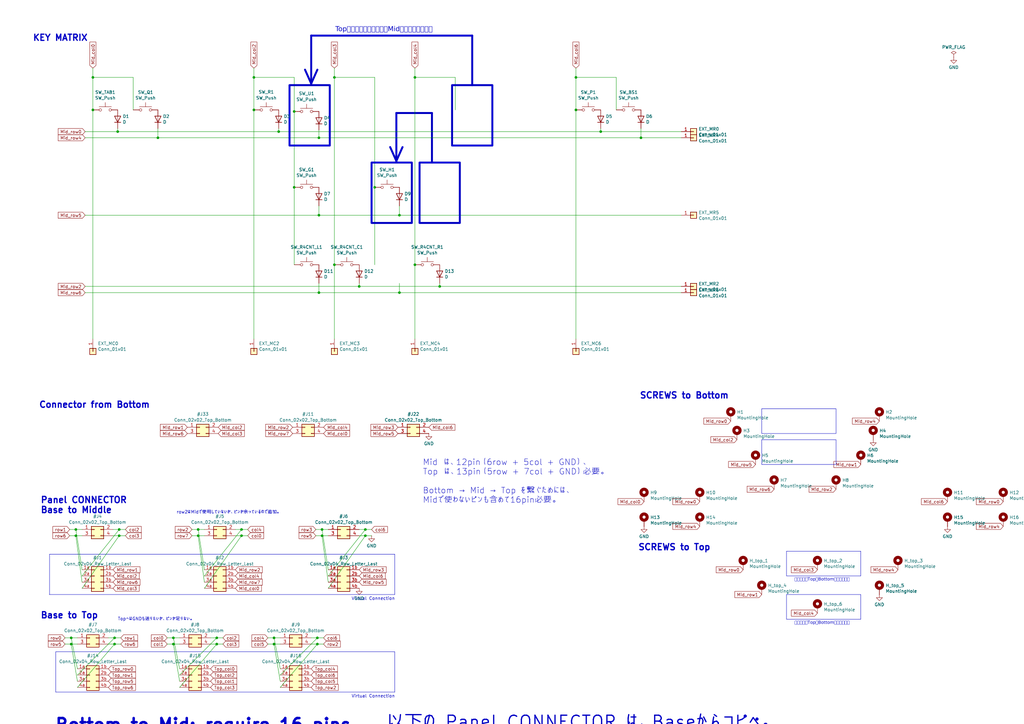
<source format=kicad_sch>
(kicad_sch (version 20231120) (generator "eeschema") (generator_version "8.0")
  (paper "A3")
  (title_block (title "Sandy") (date "2023-01-04") (rev "v.0") (company "@jpskenn"))
  (bus_alias "def-a" (members "row0" "row5" "col0" "col1"))
  (junction (at 104.14 31.75))
  (junction (at 236.22 45.085))
  (junction (at 163.83 88.265))
  (junction (at 180.34 117.475))
  (junction (at 147.32 117.475))
  (junction (at 130.175 264.16))
  (junction (at 153.67 76.835))
  (junction (at 132.08 219.71))
  (junction (at 31.115 217.17))
  (junction (at 48.895 217.17))
  (junction (at 137.16 31.75))
  (junction (at 112.395 264.16))
  (junction (at 48.26 53.975))
  (junction (at 130.81 120.015))
  (junction (at 48.895 219.71))
  (junction (at 120.65 45.72))
  (junction (at 149.86 219.71))
  (junction (at 46.99 264.16))
  (junction (at 99.06 217.17))
  (junction (at 170.18 31.75))
  (junction (at 29.21 261.62))
  (junction (at 64.77 56.515))
  (junction (at 71.12 261.62))
  (junction (at 262.89 56.515))
  (junction (at 31.115 219.71))
  (junction (at 236.22 31.75))
  (junction (at 81.28 219.71))
  (junction (at 163.83 120.015))
  (junction (at 130.81 88.265))
  (junction (at 38.1 31.75))
  (junction (at 132.08 217.17))
  (junction (at 246.38 53.975))
  (junction (at 104.14 45.085))
  (junction (at 29.21 264.16))
  (junction (at 88.9 261.62))
  (junction (at 38.1 45.085))
  (junction (at 149.86 217.17))
  (junction (at 130.81 56.515))
  (junction (at 71.12 264.16))
  (junction (at 120.65 76.835))
  (junction (at 170.18 108.585))
  (junction (at 137.16 108.585))
  (junction (at 46.99 261.62))
  (junction (at 112.395 261.62))
  (junction (at 130.175 261.62))
  (junction (at 99.06 219.71))
  (junction (at 81.28 217.17))
  (junction (at 88.9 264.16))
  (junction (at 114.3 53.975))
  (wire (pts (xy 127.635 261.62) (xy 130.175 261.62)))
  (wire (pts (xy 246.38 52.705) (xy 246.38 53.975)))
  (wire (pts (xy 68.58 264.16) (xy 71.12 264.16)))
  (wire (pts (xy 130.175 264.16) (xy 127.635 264.16)))
  (wire (pts (xy 132.08 219.71) (xy 134.62 219.71)))
  (polyline (pts (xy 193.675 34.925) (xy 193.675 14.605)) (stroke (width 0.8)))
  (wire (pts (xy 236.22 27.94) (xy 236.22 31.75)))
  (wire (pts (xy 180.34 117.475) (xy 279.4 117.475)))
  (wire (pts (xy 246.38 53.975) (xy 279.4 53.975)))
  (wire (pts (xy 170.18 31.75) (xy 170.18 108.585)))
  (wire (pts (xy 112.395 264.16) (xy 114.935 264.16)))
  (polyline (pts (xy 20.2107 243.84) (xy 161.925 243.84)))
  (polyline (pts (xy 22.86 267.335) (xy 161.925 267.335)))
  (polyline (pts (xy 22.86 267.335) (xy 22.86 283.845)))
  (wire (pts (xy 48.895 217.17) (xy 51.435 217.17)))
  (wire (pts (xy 262.89 52.705) (xy 262.89 56.515)))
  (wire (pts (xy 163.83 84.455) (xy 163.83 88.265)))
  (wire (pts (xy 109.855 261.62) (xy 112.395 261.62)))
  (wire (pts (xy 147.32 217.17) (xy 149.86 217.17)))
  (polyline (pts (xy 161.925 267.335) (xy 161.925 283.845)))
  (polyline (pts (xy 20.32 227.33) (xy 20.32 243.84)))
  (wire (pts (xy 170.18 108.585) (xy 170.18 139.065)))
  (wire (pts (xy 34.925 88.265) (xy 130.81 88.265)))
  (wire (pts (xy 28.575 219.71) (xy 31.115 219.71)))
  (wire (pts (xy 153.67 31.75) (xy 137.16 31.75)))
  (wire (pts (xy 134.62 238.76) (xy 132.08 219.71)))
  (wire (pts (xy 73.66 276.86) (xy 88.9 261.62)))
  (wire (pts (xy 73.66 279.4) (xy 71.12 264.16)))
  (wire (pts (xy 29.21 261.62) (xy 31.75 261.62)))
  (polyline (pts (xy 193.675 14.605) (xy 127.635 14.605)) (stroke (width 0.8)))
  (wire (pts (xy 38.1 27.94) (xy 38.1 31.75)))
  (wire (pts (xy 81.28 217.17) (xy 83.82 217.17)))
  (wire (pts (xy 26.67 264.16) (xy 29.21 264.16)))
  (wire (pts (xy 99.06 219.71) (xy 101.6 219.71)))
  (wire (pts (xy 73.66 274.32) (xy 71.12 261.62)))
  (polyline (pts (xy 127.635 34.29) (xy 125.095 28.575)) (stroke (width 0.8)))
  (polyline (pts (xy 162.56 66.04) (xy 165.1 60.325)) (stroke (width 0.8)))
  (wire (pts (xy 96.52 217.17) (xy 99.06 217.17)))
  (polyline (pts (xy 127.635 14.605) (xy 127.635 34.29)) (stroke (width 0.8)))
  (wire (pts (xy 99.06 217.17) (xy 101.6 217.17)))
  (wire (pts (xy 44.45 261.62) (xy 46.99 261.62)))
  (wire (pts (xy 147.32 219.71) (xy 149.86 219.71)))
  (polyline (pts (xy 127.635 34.29) (xy 130.175 28.575)) (stroke (width 0.8)))
  (wire (pts (xy 104.14 31.75) (xy 104.14 45.085)))
  (wire (pts (xy 130.81 120.015) (xy 163.83 120.015)))
  (wire (pts (xy 49.53 264.16) (xy 46.99 264.16)))
  (wire (pts (xy 120.65 31.75) (xy 120.65 45.72)))
  (wire (pts (xy 170.18 27.94) (xy 170.18 31.75)))
  (polyline (pts (xy 162.56 46.355) (xy 162.56 66.04)) (stroke (width 0.8)))
  (wire (pts (xy 137.16 27.94) (xy 137.16 31.75)))
  (wire (pts (xy 28.575 217.17) (xy 31.115 217.17)))
  (wire (pts (xy 73.66 281.94) (xy 88.9 264.16)))
  (wire (pts (xy 38.1 31.75) (xy 38.1 45.085)))
  (wire (pts (xy 88.9 261.62) (xy 91.44 261.62)))
  (wire (pts (xy 46.99 261.62) (xy 49.53 261.62)))
  (wire (pts (xy 114.3 52.705) (xy 114.3 53.975)))
  (wire (pts (xy 34.925 56.515) (xy 64.77 56.515)))
  (wire (pts (xy 129.54 217.17) (xy 132.08 217.17)))
  (wire (pts (xy 153.67 76.835) (xy 153.67 108.585)))
  (wire (pts (xy 81.28 219.71) (xy 83.82 219.71)))
  (wire (pts (xy 38.1 45.085) (xy 38.1 139.065)))
  (wire (pts (xy 252.73 31.75) (xy 236.22 31.75)))
  (wire (pts (xy 31.75 276.86) (xy 46.99 261.62)))
  (wire (pts (xy 48.895 219.71) (xy 51.435 219.71)))
  (wire (pts (xy 130.175 264.16) (xy 132.715 264.16)))
  (wire (pts (xy 163.83 120.015) (xy 279.4 120.015)))
  (wire (pts (xy 130.81 84.455) (xy 130.81 88.265)))
  (wire (pts (xy 34.925 120.015) (xy 130.81 120.015)))
  (wire (pts (xy 163.83 88.265) (xy 279.4 88.265)))
  (wire (pts (xy 46.355 217.17) (xy 48.895 217.17)))
  (wire (pts (xy 129.54 219.71) (xy 132.08 219.71)))
  (wire (pts (xy 149.86 219.71) (xy 152.4 219.71)))
  (wire (pts (xy 31.115 217.17) (xy 33.655 217.17)))
  (wire (pts (xy 134.62 241.3) (xy 149.86 219.71)))
  (wire (pts (xy 86.36 261.62) (xy 88.9 261.62)))
  (polyline (pts (xy 22.86 283.845) (xy 161.925 283.845)))
  (wire (pts (xy 163.83 116.205) (xy 163.83 120.015)))
  (polyline (pts (xy 20.32 227.33) (xy 161.925 227.33)))
  (wire (pts (xy 64.77 52.705) (xy 64.77 56.515)))
  (wire (pts (xy 114.935 279.4) (xy 112.395 264.16)))
  (wire (pts (xy 33.655 238.76) (xy 31.115 219.71)))
  (wire (pts (xy 114.935 276.86) (xy 130.175 261.62)))
  (wire (pts (xy 71.12 261.62) (xy 73.66 261.62)))
  (polyline (pts (xy 162.56 66.04) (xy 160.02 60.325)) (stroke (width 0.8)))
  (wire (pts (xy 186.69 31.75) (xy 186.69 45.085)))
  (wire (pts (xy 71.12 264.16) (xy 73.66 264.16)))
  (wire (pts (xy 96.52 219.71) (xy 99.06 219.71)))
  (wire (pts (xy 180.34 116.205) (xy 180.34 117.475)))
  (wire (pts (xy 48.26 52.705) (xy 48.26 53.975)))
  (wire (pts (xy 130.175 261.62) (xy 132.715 261.62)))
  (wire (pts (xy 38.1 31.75) (xy 54.61 31.75)))
  (wire (pts (xy 83.82 238.76) (xy 81.28 219.71)))
  (wire (pts (xy 104.14 27.94) (xy 104.14 31.75)))
  (wire (pts (xy 114.935 281.94) (xy 130.175 264.16)))
  (wire (pts (xy 120.65 45.72) (xy 120.65 76.835)))
  (wire (pts (xy 114.935 274.32) (xy 112.395 261.62)))
  (wire (pts (xy 236.22 45.085) (xy 236.22 139.065)))
  (wire (pts (xy 29.21 264.16) (xy 31.75 264.16)))
  (wire (pts (xy 130.81 56.515) (xy 262.89 56.515)))
  (wire (pts (xy 26.67 261.62) (xy 29.21 261.62)))
  (wire (pts (xy 33.655 236.22) (xy 48.895 217.17)))
  (wire (pts (xy 186.69 31.75) (xy 170.18 31.75)))
  (wire (pts (xy 31.115 219.71) (xy 33.655 219.71)))
  (polyline (pts (xy 177.165 66.675) (xy 177.165 46.355)) (stroke (width 0.8)))
  (wire (pts (xy 46.355 219.71) (xy 48.895 219.71)))
  (wire (pts (xy 149.86 217.17) (xy 152.4 217.17)))
  (wire (pts (xy 31.75 274.32) (xy 29.21 261.62)))
  (polyline (pts (xy 177.165 46.355) (xy 162.56 46.355)) (stroke (width 0.8)))
  (wire (pts (xy 31.75 279.4) (xy 29.21 264.16)))
  (wire (pts (xy 64.77 56.515) (xy 130.81 56.515)))
  (wire (pts (xy 104.14 45.085) (xy 104.14 139.065)))
  (wire (pts (xy 236.22 31.75) (xy 236.22 45.085)))
  (polyline (pts (xy 161.925 227.33) (xy 161.925 243.84)))
  (wire (pts (xy 137.16 108.585) (xy 137.16 139.065)))
  (wire (pts (xy 130.81 116.205) (xy 130.81 120.015)))
  (wire (pts (xy 132.08 217.17) (xy 134.62 217.17)))
  (wire (pts (xy 78.74 219.71) (xy 81.28 219.71)))
  (wire (pts (xy 147.32 116.205) (xy 147.32 117.475)))
  (wire (pts (xy 31.75 281.94) (xy 46.99 264.16)))
  (wire (pts (xy 252.73 31.75) (xy 252.73 45.085)))
  (wire (pts (xy 68.58 261.62) (xy 71.12 261.62)))
  (wire (pts (xy 33.655 233.68) (xy 31.115 217.17)))
  (wire (pts (xy 83.82 236.22) (xy 99.06 217.17)))
  (wire (pts (xy 91.44 264.16) (xy 88.9 264.16)))
  (wire (pts (xy 46.99 264.16) (xy 44.45 264.16)))
  (wire (pts (xy 153.67 31.75) (xy 153.67 76.835)))
  (wire (pts (xy 48.26 53.975) (xy 114.3 53.975)))
  (wire (pts (xy 147.32 117.475) (xy 180.34 117.475)))
  (wire (pts (xy 83.82 233.68) (xy 81.28 217.17)))
  (wire (pts (xy 114.3 53.975) (xy 246.38 53.975)))
  (wire (pts (xy 34.925 53.975) (xy 48.26 53.975)))
  (wire (pts (xy 112.395 261.62) (xy 114.935 261.62)))
  (wire (pts (xy 109.855 264.16) (xy 112.395 264.16)))
  (wire (pts (xy 279.4 56.515) (xy 262.89 56.515)))
  (wire (pts (xy 130.81 53.34) (xy 130.81 56.515)))
  (wire (pts (xy 120.65 76.835) (xy 120.65 108.585)))
  (wire (pts (xy 120.65 31.75) (xy 104.14 31.75)))
  (wire (pts (xy 33.655 241.3) (xy 48.895 219.71)))
  (wire (pts (xy 88.9 264.16) (xy 86.36 264.16)))
  (wire (pts (xy 78.74 217.17) (xy 81.28 217.17)))
  (wire (pts (xy 54.61 31.75) (xy 54.61 45.085)))
  (wire (pts (xy 134.62 233.68) (xy 132.08 217.17)))
  (wire (pts (xy 137.16 31.75) (xy 137.16 108.585)))
  (wire (pts (xy 130.81 88.265) (xy 163.83 88.265)))
  (wire (pts (xy 83.82 241.3) (xy 99.06 219.71)))
  (wire (pts (xy 34.925 117.475) (xy 147.32 117.475)))
  (wire (pts (xy 134.62 236.22) (xy 149.86 217.17)))
  (rectangle (start 322.58 243.84) (end 353.06 254))
  (rectangle (start 172.085 66.675) (end 188.595 91.44) (stroke (width 0.8)))
  (rectangle (start 312.42 180.34) (end 342.9 190.5))
  (rectangle (start 312.42 167.64) (end 342.9 177.8))
  (rectangle (start 322.58 226.06) (end 353.06 236.22))
  (rectangle (start 185.42 34.925) (end 201.93 59.69) (stroke (width 0.8)))
  (rectangle (start 118.745 34.925) (end 135.255 59.69) (stroke (width 0.8)))
  (rectangle (start 152.4 66.675) (end 168.91 91.44) (stroke (width 0.8)))
  (text "コピペ手順\n\n1. Baseの回路図から \"Panel CONNECTOR\" の箇所をまるごとコピペ\n2. Baseのコネクタ（J6,7,8,9.10,15）の頭に \"#\" をつけて仮想シンボル化\n　　例： J6 → #J6" (at 158.115 352.425 0) (effects (font (size 2.54 2.54)) (justify left bottom)))
  (text "row2はMidで使用していないが、ピンが余っているので追加。" (at 72.39 210.185 0) (effects (font (size 1.27 1.27)) (justify left)))
  (text "以下の Panel CONNECTOR は、Baseからコピペ。\nERCの警告「別パネルのラベルがどこにも接続されていない」は、無視してOK。\n\n！！！他の警告（ラベルかぶりとか）は、しっかりチェックせよ！！！" (at 158.115 323.85 0) (effects (font (size 5.08 5.08) (thickness 0.508) (bold yes)) (justify left bottom)))
  (text "Connector from Bottom" (at 15.875 167.64 0) (effects (font (size 2.54 2.54) (thickness 0.508) (bold yes)) (justify left bottom)))
  (text "SCREWS to Bottom" (at 262.255 163.83 0) (effects (font (size 2.54 2.54) (thickness 0.508) (bold yes)) (justify left bottom)))
  (text "SCREWS to Top" (at 261.62 226.06 0) (effects (font (size 2.54 2.54) (thickness 0.508) (bold yes)) (justify left bottom)))
  (text "Mid　は、12pin（6row + 5col + GND）、\nTop　は、13pin（5row + 7col + GND）必要。\n\nBottom → Mid → Top を繋ぐためには、\nMidで使わないピンも含めて16pin必要。" (at 173.355 197.485 0) (effects (font (size 2.4 2.4)) (justify left)))
  (text "Virtual Connection" (at 144.145 246.38 0) (effects (font (size 1.27 1.27)) (justify left bottom)))
  (text "Topのピン数を減らすためMidのスイッチを移動\n" (at 157.48 12.7 0) (effects (font (size 2 2))))
  (text "Base to Top" (at 16.51 254 0) (effects (font (size 2.54 2.54) (thickness 0.508) (bold yes)) (justify left bottom)))
  (text "このネジはTopとBottomの両方へ接続" (at 337.185 255.905 0) (effects (font (size 1.27 1.27))))
  (text "TopへはGNDも送りたいが、ピンが足りない。" (at 48.26 254 0) (effects (font (size 1.27 1.27)) (justify left)))
  (text "KEY MATRIX" (at 13.335 17.145 0) (effects (font (size 2.54 2.54) (thickness 0.508) (bold yes)) (justify left bottom)))
  (text "Bottom to Mid: require 16 pins\n\nMid to Top: require 13 pins" (at 22.225 316.865 0) (effects (font (size 5.08 5.08) (thickness 1.016) (bold yes)) (justify left bottom)))
  (text "このネジはTopとBottomの両方へ接続" (at 337.185 238.125 0) (effects (font (size 1.27 1.27))))
  (text "Panel CONNECTOR\nBase to Middle" (at 16.51 210.82 0) (effects (font (size 2.54 2.54) (thickness 0.508) (bold yes)) (justify left bottom)))
  (text "Virtual Connection" (at 144.145 286.385 0) (effects (font (size 1.27 1.27)) (justify left bottom)))
  (global_label "Mid_col0" (shape input) (at 264.16 205.74 180) (property "Intersheetrefs" "${INTERSHEET_REFS}" (effects (hide yes))) (property "シート間のリファレンス" "${INTERSHEET_REFS}" (effects (hide yes))))
  (global_label "Top_col2" (shape input) (at 86.36 276.86 0) (property "Intersheetrefs" "${INTERSHEET_REFS}" (effects (hide yes))) (property "シート間のリファレンス" "${INTERSHEET_REFS}" (effects (hide yes))))
  (global_label "row1" (shape input) (at 28.575 217.17 180) (property "Intersheetrefs" "${INTERSHEET_REFS}" (effects (hide yes))) (property "シート間のリファレンス" "${INTERSHEET_REFS}" (effects (hide yes))))
  (global_label "Mid_row3" (shape input) (at 147.32 233.68 0) (property "Intersheetrefs" "${INTERSHEET_REFS}" (effects (hide yes))) (property "シート間のリファレンス" "${INTERSHEET_REFS}" (effects (hide yes))))
  (global_label "col0" (shape input) (at 101.6 219.71 0) (property "Intersheetrefs" "${INTERSHEET_REFS}" (effects (hide yes))) (property "シート間のリファレンス" "${INTERSHEET_REFS}" (effects (hide yes))))
  (global_label "Top_col1" (shape input) (at 86.36 279.4 0) (property "Intersheetrefs" "${INTERSHEET_REFS}" (effects (hide yes))) (property "シート間のリファレンス" "${INTERSHEET_REFS}" (effects (hide yes))))
  (global_label "col3" (shape input) (at 91.44 264.16 0) (property "Intersheetrefs" "${INTERSHEET_REFS}" (effects (hide yes))) (property "シート間のリファレンス" "${INTERSHEET_REFS}" (effects (hide yes))))
  (global_label "Mid_col0" (shape input) (at 96.52 241.3 0) (property "Intersheetrefs" "${INTERSHEET_REFS}" (effects (hide yes))) (property "シート間のリファレンス" "${INTERSHEET_REFS}" (effects (hide yes))))
  (global_label "row0" (shape input) (at 26.67 261.62 180) (property "Intersheetrefs" "${INTERSHEET_REFS}" (effects (hide yes))) (property "シート間のリファレンス" "${INTERSHEET_REFS}" (effects (hide yes))))
  (global_label "Mid_row4" (shape input) (at 287.02 215.9 180) (property "Intersheetrefs" "${INTERSHEET_REFS}" (effects (hide yes))) (property "シート間のリファレンス" "${INTERSHEET_REFS}" (effects (hide yes))))
  (global_label "row6" (shape input) (at 28.575 219.71 180) (property "Intersheetrefs" "${INTERSHEET_REFS}" (effects (hide yes))) (property "シート間のリファレンス" "${INTERSHEET_REFS}" (effects (hide yes))))
  (global_label "Mid_col0" (shape input) (at 38.1 27.94 90) (property "Intersheetrefs" "${INTERSHEET_REFS}" (effects (hide yes))) (property "シート間のリファレンス" "${INTERSHEET_REFS}" (effects (hide yes))))
  (global_label "col2" (shape input) (at 91.44 261.62 0) (property "Intersheetrefs" "${INTERSHEET_REFS}" (effects (hide yes))) (property "シート間のリファレンス" "${INTERSHEET_REFS}" (effects (hide yes))))
  (global_label "Mid_row2" (shape input) (at 120.015 175.26 180) (property "Intersheetrefs" "${INTERSHEET_REFS}" (effects (hide yes))) (property "シート間のリファレンス" "${INTERSHEET_REFS}" (effects (hide yes))))
  (global_label "Mid_row5" (shape input) (at 34.925 88.265 180) (property "Intersheetrefs" "${INTERSHEET_REFS}" (effects (hide yes))) (property "シート間のリファレンス" "${INTERSHEET_REFS}" (effects (hide yes))))
  (global_label "Mid_col6" (shape input) (at 388.62 205.74 180) (property "Intersheetrefs" "${INTERSHEET_REFS}" (effects (hide yes))) (property "シート間のリファレンス" "${INTERSHEET_REFS}" (effects (hide yes))))
  (global_label "Mid_row1" (shape input) (at 353.06 190.5 180) (property "Intersheetrefs" "${INTERSHEET_REFS}" (effects (hide yes))) (property "シート間のリファレンス" "${INTERSHEET_REFS}" (effects (hide yes))))
  (global_label "row3" (shape input) (at 129.54 217.17 180) (property "Intersheetrefs" "${INTERSHEET_REFS}" (effects (hide yes))) (property "シート間のリファレンス" "${INTERSHEET_REFS}" (effects (hide yes))))
  (global_label "col6" (shape input) (at 152.4 217.17 0) (property "Intersheetrefs" "${INTERSHEET_REFS}" (effects (hide yes))) (property "シート間のリファレンス" "${INTERSHEET_REFS}" (effects (hide yes))))
  (global_label "Top_col3" (shape input) (at 86.36 281.94 0) (property "Intersheetrefs" "${INTERSHEET_REFS}" (effects (hide yes))) (property "シート間のリファレンス" "${INTERSHEET_REFS}" (effects (hide yes))))
  (global_label "Mid_col3" (shape input) (at 137.16 27.94 90) (property "Intersheetrefs" "${INTERSHEET_REFS}" (effects (hide yes))) (property "シート間のリファレンス" "${INTERSHEET_REFS}" (effects (hide yes))))
  (global_label "Top_row6" (shape input) (at 44.45 281.94 0) (property "Intersheetrefs" "${INTERSHEET_REFS}" (effects (hide yes))) (property "シート間のリファレンス" "${INTERSHEET_REFS}" (effects (hide yes))))
  (global_label "Mid_row7" (shape input) (at 96.52 238.76 0) (property "Intersheetrefs" "${INTERSHEET_REFS}" (effects (hide yes))) (property "シート間のリファレンス" "${INTERSHEET_REFS}" (effects (hide yes))))
  (global_label "row7" (shape input) (at 78.74 219.71 180) (property "Intersheetrefs" "${INTERSHEET_REFS}" (effects (hide yes))) (property "シート間のリファレンス" "${INTERSHEET_REFS}" (effects (hide yes))))
  (global_label "Mid_col4" (shape input) (at 170.18 27.94 90) (property "Intersheetrefs" "${INTERSHEET_REFS}" (effects (hide yes))) (property "シート間のリファレンス" "${INTERSHEET_REFS}" (effects (hide yes))))
  (global_label "row5" (shape input) (at 26.67 264.16 180) (property "Intersheetrefs" "${INTERSHEET_REFS}" (effects (hide yes))) (property "シート間のリファレンス" "${INTERSHEET_REFS}" (effects (hide yes))))
  (global_label "row2" (shape input) (at 132.715 264.16 0) (property "Intersheetrefs" "${INTERSHEET_REFS}" (effects (hide yes))) (property "シート間のリファレンス" "${INTERSHEET_REFS}" (effects (hide yes))))
  (global_label "Top_col4" (shape input) (at 127.635 274.32 0) (property "Intersheetrefs" "${INTERSHEET_REFS}" (effects (hide yes))) (property "シート間のリファレンス" "${INTERSHEET_REFS}" (effects (hide yes))))
  (global_label "Mid_col2" (shape input) (at 89.535 175.26 0) (property "Intersheetrefs" "${INTERSHEET_REFS}" (effects (hide yes))) (property "シート間のリファレンス" "${INTERSHEET_REFS}" (effects (hide yes))))
  (global_label "Mid_col3" (shape input) (at 335.28 233.68 180) (property "Intersheetrefs" "${INTERSHEET_REFS}" (effects (hide yes))) (property "シート間のリファレンス" "${INTERSHEET_REFS}" (effects (hide yes))))
  (global_label "row1" (shape input) (at 49.53 261.62 0) (property "Intersheetrefs" "${INTERSHEET_REFS}" (effects (hide yes))) (property "シート間のリファレンス" "${INTERSHEET_REFS}" (effects (hide yes))))
  (global_label "Mid_col3" (shape input) (at 89.535 177.8 0) (property "Intersheetrefs" "${INTERSHEET_REFS}" (effects (hide yes))) (property "シート間のリファレンス" "${INTERSHEET_REFS}" (effects (hide yes))))
  (global_label "Mid_row2" (shape input) (at 342.9 200.66 180) (property "Intersheetrefs" "${INTERSHEET_REFS}" (effects (hide yes))) (property "シート間のリファレンス" "${INTERSHEET_REFS}" (effects (hide yes))))
  (global_label "Mid_row0" (shape input) (at 304.8 233.68 180) (property "Intersheetrefs" "${INTERSHEET_REFS}" (effects (hide yes))) (property "シート間のリファレンス" "${INTERSHEET_REFS}" (effects (hide yes))))
  (global_label "Mid_row2" (shape input) (at 34.925 117.475 180) (property "Intersheetrefs" "${INTERSHEET_REFS}" (effects (hide yes))) (property "シート間のリファレンス" "${INTERSHEET_REFS}" (effects (hide yes))))
  (global_label "Mid_row5" (shape input) (at 309.88 190.5 180) (property "Intersheetrefs" "${INTERSHEET_REFS}" (effects (hide yes))) (property "シート間のリファレンス" "${INTERSHEET_REFS}" (effects (hide yes))))
  (global_label "Mid_row0" (shape input) (at 287.02 205.74 180) (property "Intersheetrefs" "${INTERSHEET_REFS}" (effects (hide yes))) (property "シート間のリファレンス" "${INTERSHEET_REFS}" (effects (hide yes))))
  (global_label "Mid_col6" (shape input) (at 236.22 27.94 90) (property "Intersheetrefs" "${INTERSHEET_REFS}" (effects (hide yes))) (property "シート間のリファレンス" "${INTERSHEET_REFS}" (effects (hide yes))))
  (global_label "Top_col5" (shape input) (at 127.635 279.4 0) (property "Intersheetrefs" "${INTERSHEET_REFS}" (effects (hide yes))) (property "シート間のリファレンス" "${INTERSHEET_REFS}" (effects (hide yes))))
  (global_label "Mid_col6" (shape input) (at 147.32 236.22 0) (property "Intersheetrefs" "${INTERSHEET_REFS}" (effects (hide yes))) (property "シート間のリファレンス" "${INTERSHEET_REFS}" (effects (hide yes))))
  (global_label "Mid_row0" (shape input) (at 34.925 53.975 180) (property "Intersheetrefs" "${INTERSHEET_REFS}" (effects (hide yes))) (property "シート間のリファレンス" "${INTERSHEET_REFS}" (effects (hide yes))))
  (global_label "col4" (shape input) (at 109.855 261.62 180) (property "Intersheetrefs" "${INTERSHEET_REFS}" (effects (hide yes))) (property "シート間のリファレンス" "${INTERSHEET_REFS}" (effects (hide yes))))
  (global_label "row2" (shape input) (at 78.74 217.17 180) (property "Intersheetrefs" "${INTERSHEET_REFS}" (effects (hide yes))) (property "シート間のリファレンス" "${INTERSHEET_REFS}" (effects (hide yes))))
  (global_label "col1" (shape input) (at 68.58 264.16 180) (property "Intersheetrefs" "${INTERSHEET_REFS}" (effects (hide yes))) (property "シート間のリファレンス" "${INTERSHEET_REFS}" (effects (hide yes))))
  (global_label "Mid_col2" (shape input) (at 46.355 236.22 0) (property "Intersheetrefs" "${INTERSHEET_REFS}" (effects (hide yes))) (property "シート間のリファレンス" "${INTERSHEET_REFS}" (effects (hide yes))))
  (global_label "col6" (shape input) (at 132.715 261.62 0) (property "Intersheetrefs" "${INTERSHEET_REFS}" (effects (hide yes))) (property "シート間のリファレンス" "${INTERSHEET_REFS}" (effects (hide yes))))
  (global_label "col3" (shape input) (at 51.435 219.71 0) (property "Intersheetrefs" "${INTERSHEET_REFS}" (effects (hide yes))) (property "シート間のリファレンス" "${INTERSHEET_REFS}" (effects (hide yes))))
  (global_label "Mid_col0" (shape input) (at 132.715 177.8 0) (property "Intersheetrefs" "${INTERSHEET_REFS}" (effects (hide yes))) (property "シート間のリファレンス" "${INTERSHEET_REFS}" (effects (hide yes))))
  (global_label "Mid_row0" (shape input) (at 299.72 172.72 180) (property "Intersheetrefs" "${INTERSHEET_REFS}" (effects (hide yes))) (property "シート間のリファレンス" "${INTERSHEET_REFS}" (effects (hide yes))))
  (global_label "Top_col0" (shape input) (at 86.36 274.32 0) (property "Intersheetrefs" "${INTERSHEET_REFS}" (effects (hide yes))) (property "シート間のリファレンス" "${INTERSHEET_REFS}" (effects (hide yes))))
  (global_label "Mid_row1" (shape input) (at 312.42 243.84 180) (property "Intersheetrefs" "${INTERSHEET_REFS}" (effects (hide yes))) (property "シート間のリファレンス" "${INTERSHEET_REFS}" (effects (hide yes))))
  (global_label "Mid_col4" (shape input) (at 96.52 236.22 0) (property "Intersheetrefs" "${INTERSHEET_REFS}" (effects (hide yes))) (property "シート間のリファレンス" "${INTERSHEET_REFS}" (effects (hide yes))))
  (global_label "Mid_row4" (shape input) (at 411.48 215.9 180) (property "Intersheetrefs" "${INTERSHEET_REFS}" (effects (hide yes))) (property "シート間のリファレンス" "${INTERSHEET_REFS}" (effects (hide yes))))
  (global_label "Top_row0" (shape input) (at 44.45 274.32 0) (property "Intersheetrefs" "${INTERSHEET_REFS}" (effects (hide yes))) (property "シート間のリファレンス" "${INTERSHEET_REFS}" (effects (hide yes))))
  (global_label "Top_col6" (shape input) (at 127.635 276.86 0) (property "Intersheetrefs" "${INTERSHEET_REFS}" (effects (hide yes))) (property "シート間のリファレンス" "${INTERSHEET_REFS}" (effects (hide yes))))
  (global_label "Top_row1" (shape input) (at 44.45 276.86 0) (property "Intersheetrefs" "${INTERSHEET_REFS}" (effects (hide yes))) (property "シート間のリファレンス" "${INTERSHEET_REFS}" (effects (hide yes))))
  (global_label "Top_row2" (shape input) (at 127.635 281.94 0) (property "Intersheetrefs" "${INTERSHEET_REFS}" (effects (hide yes))) (property "シート間のリファレンス" "${INTERSHEET_REFS}" (effects (hide yes))))
  (global_label "Mid_row3" (shape input) (at 163.195 175.26 180) (property "Intersheetrefs" "${INTERSHEET_REFS}" (effects (hide yes))) (property "シート間のリファレンス" "${INTERSHEET_REFS}" (effects (hide yes))))
  (global_label "Mid_row4" (shape input) (at 34.925 56.515 180) (property "Intersheetrefs" "${INTERSHEET_REFS}" (effects (hide yes))) (property "シート間のリファレンス" "${INTERSHEET_REFS}" (effects (hide yes))))
  (global_label "Mid_col2" (shape input) (at 302.26 180.34 180) (property "Intersheetrefs" "${INTERSHEET_REFS}" (effects (hide yes))) (property "シート間のリファレンス" "${INTERSHEET_REFS}" (effects (hide yes))))
  (global_label "row5" (shape input) (at 129.54 219.71 180) (property "Intersheetrefs" "${INTERSHEET_REFS}" (effects (hide yes))) (property "シート間のリファレンス" "${INTERSHEET_REFS}" (effects (hide yes))))
  (global_label "col2" (shape input) (at 51.435 217.17 0) (property "Intersheetrefs" "${INTERSHEET_REFS}" (effects (hide yes))) (property "シート間のリファレンス" "${INTERSHEET_REFS}" (effects (hide yes))))
  (global_label "Mid_row7" (shape input) (at 120.015 177.8 180) (property "Intersheetrefs" "${INTERSHEET_REFS}" (effects (hide yes))) (property "シート間のリファレンス" "${INTERSHEET_REFS}" (effects (hide yes))))
  (global_label "Mid_col3" (shape input) (at 46.355 241.3 0) (property "Intersheetrefs" "${INTERSHEET_REFS}" (effects (hide yes))) (property "シート間のリファレンス" "${INTERSHEET_REFS}" (effects (hide yes))))
  (global_label "Mid_col4" (shape input) (at 335.28 251.46 180) (property "Intersheetrefs" "${INTERSHEET_REFS}" (effects (hide yes))) (property "シート間のリファレンス" "${INTERSHEET_REFS}" (effects (hide yes))))
  (global_label "Mid_row0" (shape input) (at 411.48 205.74 180) (property "Intersheetrefs" "${INTERSHEET_REFS}" (effects (hide yes))) (property "シート間のリファレンス" "${INTERSHEET_REFS}" (effects (hide yes))))
  (global_label "Mid_row5" (shape input) (at 147.32 238.76 0) (property "Intersheetrefs" "${INTERSHEET_REFS}" (effects (hide yes))) (property "シート間のリファレンス" "${INTERSHEET_REFS}" (effects (hide yes))))
  (global_label "col0" (shape input) (at 68.58 261.62 180) (property "Intersheetrefs" "${INTERSHEET_REFS}" (effects (hide yes))) (property "シート間のリファレンス" "${INTERSHEET_REFS}" (effects (hide yes))))
  (global_label "Mid_row1" (shape input) (at 76.835 175.26 180) (property "Intersheetrefs" "${INTERSHEET_REFS}" (effects (hide yes))) (property "シート間のリファレンス" "${INTERSHEET_REFS}" (effects (hide yes))))
  (global_label "Top_row5" (shape input) (at 44.45 279.4 0) (property "Intersheetrefs" "${INTERSHEET_REFS}" (effects (hide yes))) (property "シート間のリファレンス" "${INTERSHEET_REFS}" (effects (hide yes))))
  (global_label "Mid_col6" (shape input) (at 175.895 175.26 0) (property "Intersheetrefs" "${INTERSHEET_REFS}" (effects (hide yes))) (property "シート間のリファレンス" "${INTERSHEET_REFS}" (effects (hide yes))))
  (global_label "Mid_row6" (shape input) (at 76.835 177.8 180) (property "Intersheetrefs" "${INTERSHEET_REFS}" (effects (hide yes))) (property "シート間のリファレンス" "${INTERSHEET_REFS}" (effects (hide yes))))
  (global_label "Mid_row2" (shape input) (at 96.52 233.68 0) (property "Intersheetrefs" "${INTERSHEET_REFS}" (effects (hide yes))) (property "シート間のリファレンス" "${INTERSHEET_REFS}" (effects (hide yes))))
  (global_label "col4" (shape input) (at 101.6 217.17 0) (property "Intersheetrefs" "${INTERSHEET_REFS}" (effects (hide yes))) (property "シート間のリファレンス" "${INTERSHEET_REFS}" (effects (hide yes))))
  (global_label "Mid_row6" (shape input) (at 317.5 200.66 180) (property "Intersheetrefs" "${INTERSHEET_REFS}" (effects (hide yes))) (property "シート間のリファレンス" "${INTERSHEET_REFS}" (effects (hide yes))))
  (global_label "Mid_row4" (shape input) (at 360.68 172.72 180) (property "Intersheetrefs" "${INTERSHEET_REFS}" (effects (hide yes))) (property "シート間のリファレンス" "${INTERSHEET_REFS}" (effects (hide yes))))
  (global_label "col5" (shape input) (at 109.855 264.16 180) (property "Intersheetrefs" "${INTERSHEET_REFS}" (effects (hide yes))) (property "シート間のリファレンス" "${INTERSHEET_REFS}" (effects (hide yes))))
  (global_label "Mid_col2" (shape input) (at 104.14 27.94 90) (property "Intersheetrefs" "${INTERSHEET_REFS}" (effects (hide yes))) (property "シート間のリファレンス" "${INTERSHEET_REFS}" (effects (hide yes))))
  (global_label "Mid_row1" (shape input) (at 46.355 233.68 0) (property "Intersheetrefs" "${INTERSHEET_REFS}" (effects (hide yes))) (property "シート間のリファレンス" "${INTERSHEET_REFS}" (effects (hide yes))))
  (global_label "Mid_row6" (shape input) (at 46.355 238.76 0) (property "Intersheetrefs" "${INTERSHEET_REFS}" (effects (hide yes))) (property "シート間のリファレンス" "${INTERSHEET_REFS}" (effects (hide yes))))
  (global_label "row6" (shape input) (at 49.53 264.16 0) (property "Intersheetrefs" "${INTERSHEET_REFS}" (effects (hide yes))) (property "シート間のリファレンス" "${INTERSHEET_REFS}" (effects (hide yes))))
  (global_label "Mid_row4" (shape input) (at 368.3 233.68 180) (property "Intersheetrefs" "${INTERSHEET_REFS}" (effects (hide yes))) (property "シート間のリファレンス" "${INTERSHEET_REFS}" (effects (hide yes))))
  (global_label "Mid_row6" (shape input) (at 34.925 120.015 180) (property "Intersheetrefs" "${INTERSHEET_REFS}" (effects (hide yes))) (property "シート間のリファレンス" "${INTERSHEET_REFS}" (effects (hide yes))))
  (global_label "Mid_row5" (shape input) (at 163.195 177.8 180) (property "Intersheetrefs" "${INTERSHEET_REFS}" (effects (hide yes))) (property "シート間のリファレンス" "${INTERSHEET_REFS}" (effects (hide yes))))
  (global_label "Mid_col4" (shape input) (at 132.715 175.26 0) (property "Intersheetrefs" "${INTERSHEET_REFS}" (effects (hide yes))) (property "シート間のリファレンス" "${INTERSHEET_REFS}" (effects (hide yes))))
  (symbol (lib_id "Mechanical:MountingHole_Pad") (at 309.88 187.96 0) (unit 1)
    (property "Reference" "H5" (at 312.42 186.7916 0) (effects (justify left)))
    (property "Value" "MountingHole" (at 312.42 189.103 0) (effects (justify left)))
    (property "Footprint" "locallib:MountingHole_1.8-2.2mm_M2_Pad_minimal" (effects (hide yes)))
  )
  (symbol (lib_id "Mechanical:MountingHole_Pad") (at 388.62 213.36 0) (unit 1)
    (property "Reference" "H15" (at 391.16 212.1916 0) (effects (justify left)))
    (property "Value" "MountingHole" (at 391.16 214.503 0) (effects (justify left)))
    (property "Footprint" "locallib:MountingHole_1.8-2.2mm_M2_Pad_minimal" (effects (hide yes)))
  )
  (symbol (lib_id "Device:D") (at 262.89 48.895 90) (unit 1)
    (property "Reference" "D6" (at 264.922 47.7266 90) (effects (justify right)))
    (property "Value" "D" (at 264.922 50.038 90) (effects (justify right)))
    (property "Footprint" "locallib:D_SOD-123_Emphasized_Direction_Line" (effects (hide yes)))
    (property "LCSC" "C81598" (effects (hide yes)))
    (property "Sim.Device" "D" (effects (hide yes)))
    (property "Sim.Pins" "1=K 2=A" (effects (hide yes)))
  )
  (symbol (lib_id "Connector_Generic:Conn_01x01") (at 137.16 144.145 270) (unit 1)
    (property "Reference" "EXT_MC3" (at 139.192 140.8938 90) (effects (justify left)))
    (property "Value" "Conn_01x01" (at 139.192 143.2052 90) (effects (justify left)))
    (property "Footprint" "locallib:TestPoint_THTPad_D2.0mm_Drill1.0mm" (effects (hide yes)))
  )
  (symbol (lib_id "Mechanical:MountingHole_Pad") (at 287.02 203.2 0) (unit 1)
    (property "Reference" "H10" (at 289.56 202.0316 0) (effects (justify left)))
    (property "Value" "MountingHole" (at 289.56 204.343 0) (effects (justify left)))
    (property "Footprint" "locallib:MountingHole_1.8-2.2mm_M2_Pad_minimal" (effects (hide yes)))
  )
  (symbol (lib_id "Connector_Generic:Conn_02x04_Row_Letter_Last") (at 88.9 236.22 0) (unit 1)
    (property "Reference" "#J2" (at 90.17 228.7102 0))
    (property "Value" "Conn_02x04_Row_Letter_Last" (at 90.17 231.2471 0))
  )
  (symbol (lib_id "Device:D") (at 114.3 48.895 90) (unit 1)
    (property "Reference" "D3" (at 116.332 47.7266 90) (effects (justify right)))
    (property "Value" "D" (at 116.332 50.038 90) (effects (justify right)))
    (property "Footprint" "locallib:D_SOD-123_Emphasized_Direction_Line" (effects (hide yes)))
    (property "LCSC" "C81598" (effects (hide yes)))
    (property "Sim.Device" "D" (effects (hide yes)))
    (property "Sim.Pins" "1=K 2=A" (effects (hide yes)))
  )
  (symbol (lib_id "Device:D") (at 130.81 112.395 90) (unit 1)
    (property "Reference" "D11" (at 132.842 111.2266 90) (effects (justify right)))
    (property "Value" "D" (at 132.842 113.538 90) (effects (justify right)))
    (property "Footprint" "locallib:D_SOD-123_Emphasized_Direction_Line" (effects (hide yes)))
    (property "LCSC" "C81598" (effects (hide yes)))
    (property "Sim.Device" "D" (effects (hide yes)))
    (property "Sim.Pins" "1=K 2=A" (effects (hide yes)))
  )
  (symbol (lib_id "Mechanical:MountingHole_Pad") (at 342.9 198.12 0) (unit 1)
    (property "Reference" "H8" (at 345.44 196.9516 0) (effects (justify left)))
    (property "Value" "MountingHole" (at 345.44 199.263 0) (effects (justify left)))
    (property "Footprint" "locallib:MountingHole_1.8-2.2mm_M2_Pad_minimal" (effects (hide yes)))
  )
  (symbol (lib_id "power:GND") (at 264.16 215.9 0) (unit 1)
    (property "Reference" "#PWR05" (effects (hide yes)))
    (property "Value" "GND" (at 264.16 220.0331 0))
    (property "Description" "Power symbol creates a global label with name \"GND\" , ground" (effects (hide yes)))
  )
  (symbol (lib_id "Switch:SW_Push") (at 257.81 45.085 0) (unit 1)
    (property "Reference" "SW_BS1" (at 257.81 37.846 0))
    (property "Value" "SW_Push" (at 257.81 40.1574 0))
    (property "Footprint" "locallib:Kailh_socket_ChocV2" (effects (hide yes)))
  )
  (symbol (lib_id "Mechanical:MountingHole_Pad") (at 287.02 213.36 0) (unit 1)
    (property "Reference" "H14" (at 289.56 212.1916 0) (effects (justify left)))
    (property "Value" "MountingHole" (at 289.56 214.503 0) (effects (justify left)))
    (property "Footprint" "locallib:MountingHole_1.8-2.2mm_M2_Pad_minimal" (effects (hide yes)))
  )
  (symbol (lib_id "Mechanical:MountingHole_Pad") (at 302.26 177.8 0) (unit 1)
    (property "Reference" "H3" (at 304.8 176.6316 0) (effects (justify left)))
    (property "Value" "MountingHole" (at 304.8 178.943 0) (effects (justify left)))
    (property "Footprint" "locallib:MountingHole_1.8-2.2mm_M2_Pad_minimal" (effects (hide yes)))
  )
  (symbol (lib_id "Connector_Generic:Conn_02x04_Row_Letter_Last") (at 78.74 276.86 0) (unit 1)
    (property "Reference" "#J15" (at 80.01 268.9055 0))
    (property "Value" "Conn_02x04_Row_Letter_Last" (at 80.01 271.3298 0))
  )
  (symbol (lib_id "Device:D") (at 246.38 48.895 90) (unit 1)
    (property "Reference" "D5" (at 248.412 47.7266 90) (effects (justify right)))
    (property "Value" "D" (at 248.412 50.038 90) (effects (justify right)))
    (property "Footprint" "locallib:D_SOD-123_Emphasized_Direction_Line" (effects (hide yes)))
    (property "LCSC" "C81598" (effects (hide yes)))
    (property "Sim.Device" "D" (effects (hide yes)))
    (property "Sim.Pins" "1=K 2=A" (effects (hide yes)))
  )
  (symbol (lib_id "Connector_Generic:Conn_02x02_Odd_Even") (at 168.275 175.26 0) (unit 1)
    (property "Reference" "#J22" (at 169.545 169.8455 0))
    (property "Value" "Conn_02x02_Top_Bottom" (at 169.545 172.2698 0))
    (property "Footprint" "locallib:JST_SH_SM04B-SRSS-TB_1x04-1MP_P1.00mm_Horizontal_wCable_housing_spare_pin_courtyard" (effects (hide yes)))
    (property "LCSC" "C160404" (effects (hide yes)))
  )
  (symbol (lib_id "Mechanical:MountingHole_Pad") (at 358.14 177.8 0) (unit 1)
    (property "Reference" "H4" (at 360.68 176.6316 0) (effects (justify left)))
    (property "Value" "MountingHole" (at 360.68 178.943 0) (effects (justify left)))
    (property "Footprint" "locallib:MountingHole_1.8-2.2mm_M2_Pad_minimal" (effects (hide yes)))
  )
  (symbol (lib_id "Connector_Generic:Conn_02x02_Odd_Even") (at 125.095 175.26 0) (unit 1)
    (property "Reference" "#J11" (at 126.365 169.8455 0))
    (property "Value" "Conn_02x02_Top_Bottom" (at 126.365 172.2698 0))
    (property "Footprint" "locallib:JST_SH_SM04B-SRSS-TB_1x04-1MP_P1.00mm_Horizontal_wCable_housing_spare_pin_courtyard" (effects (hide yes)))
    (property "LCSC" "C160404" (effects (hide yes)))
  )
  (symbol (lib_id "Connector_Generic:Conn_02x02_Odd_Even") (at 139.7 217.17 0) (unit 1)
    (property "Reference" "#J6" (at 140.97 211.7555 0))
    (property "Value" "Conn_02x02_Top_Bottom" (at 140.97 214.1798 0))
    (property "Footprint" "locallib:JST_SH_SM04B-SRSS-TB_1x04-1MP_P1.00mm_Horizontal_wCable_housing_spare_pin_courtyard" (effects (hide yes)))
    (property "LCSC" "C371510" (effects (hide yes)))
  )
  (symbol (lib_id "Switch:SW_Push") (at 158.75 76.835 0) (unit 1)
    (property "Reference" "SW_H1" (at 158.75 69.596 0))
    (property "Value" "SW_Push" (at 158.75 71.9074 0))
    (property "Footprint" "locallib:Kailh_socket_ChocV2" (effects (hide yes)))
  )
  (symbol (lib_id "Mechanical:MountingHole_Pad") (at 264.16 203.2 0) (unit 1)
    (property "Reference" "H9" (at 266.7 202.0316 0) (effects (justify left)))
    (property "Value" "MountingHole" (at 266.7 204.343 0) (effects (justify left)))
    (property "Footprint" "locallib:MountingHole_1.8-2.2mm_M2_Pad_minimal" (effects (hide yes)))
  )
  (symbol (lib_id "Connector_Generic:Conn_02x04_Row_Letter_Last") (at 38.735 236.22 0) (unit 1)
    (property "Reference" "#J1" (at 40.005 228.7102 0))
    (property "Value" "Conn_02x04_Row_Letter_Last" (at 40.005 231.2471 0))
  )
  (symbol (lib_id "power:GND") (at 152.4 219.71 0) (unit 1)
    (property "Reference" "#PWR01" (effects (hide yes)))
    (property "Value" "GND" (at 152.4 223.8431 0))
    (property "Description" "Power symbol creates a global label with name \"GND\" , ground" (effects (hide yes)))
  )
  (symbol (lib_id "Connector_Generic:Conn_01x01") (at 284.48 53.975 0) (unit 1)
    (property "Reference" "EXT_MR0" (at 286.512 52.9082 0) (effects (justify left)))
    (property "Value" "Conn_01x01" (at 286.512 55.2196 0) (effects (justify left)))
    (property "Footprint" "locallib:TestPoint_THTPad_D2.0mm_Drill1.0mm" (effects (hide yes)))
  )
  (symbol (lib_id "Switch:SW_Push") (at 109.22 45.085 0) (unit 1)
    (property "Reference" "SW_R1" (at 109.22 37.719 0))
    (property "Value" "SW_Push" (at 109.22 40.1574 0))
    (property "Footprint" "locallib:Kailh_socket_ChocV2_small_#2pad" (effects (hide yes)))
  )
  (symbol (lib_id "Mechanical:MountingHole_Pad") (at 335.28 248.92 0) (unit 1)
    (property "Reference" "H_top_6" (at 337.82 247.7516 0) (effects (justify left)))
    (property "Value" "MountingHole" (at 337.82 250.063 0) (effects (justify left)))
    (property "Footprint" "locallib:MountingHole_2.2mm_M2_Pad_minimal" (effects (hide yes)))
  )
  (symbol (lib_id "Connector_Generic:Conn_02x04_Row_Letter_Last") (at 120.015 276.86 0) (unit 1)
    (property "Reference" "#J16" (at 121.285 268.9055 0))
    (property "Value" "Conn_02x04_Row_Letter_Last" (at 121.285 271.3298 0))
  )
  (symbol (lib_id "power:GND") (at 147.32 241.3 0) (unit 1)
    (property "Reference" "#PWR04" (effects (hide yes)))
    (property "Value" "GND" (at 147.32 245.4331 0))
    (property "Description" "Power symbol creates a global label with name \"GND\" , ground" (effects (hide yes)))
  )
  (symbol (lib_id "Device:D") (at 130.81 49.53 90) (unit 1)
    (property "Reference" "D4" (at 132.842 48.3616 90) (effects (justify right)))
    (property "Value" "D" (at 132.842 50.673 90) (effects (justify right)))
    (property "Footprint" "locallib:D_SOD-123_Emphasized_Direction_Line" (effects (hide yes)))
    (property "LCSC" "C81598" (effects (hide yes)))
    (property "Sim.Device" "D" (effects (hide yes)))
    (property "Sim.Pins" "1=K 2=A" (effects (hide yes)))
  )
  (symbol (lib_id "Device:D") (at 180.34 112.395 90) (unit 1)
    (property "Reference" "D13" (at 182.372 111.2266 90) (effects (justify right)))
    (property "Value" "D" (at 182.372 113.538 90) (effects (justify right)))
    (property "Footprint" "locallib:D_SOD-123_Emphasized_Direction_Line" (effects (hide yes)))
    (property "LCSC" "C81598" (effects (hide yes)))
    (property "Sim.Device" "D" (effects (hide yes)))
    (property "Sim.Pins" "1=K 2=A" (effects (hide yes)))
  )
  (symbol (lib_id "Connector_Generic:Conn_02x04_Row_Letter_Last") (at 139.7 236.22 0) (unit 1)
    (property "Reference" "#J3" (at 140.97 228.7102 0))
    (property "Value" "Conn_02x04_Row_Letter_Last" (at 140.97 231.2471 0))
  )
  (symbol (lib_id "power:GND") (at 388.62 215.9 0) (unit 1)
    (property "Reference" "#PWR09" (effects (hide yes)))
    (property "Value" "GND" (at 388.62 220.0331 0))
    (property "Description" "Power symbol creates a global label with name \"GND\" , ground" (effects (hide yes)))
  )
  (symbol (lib_id "Mechanical:MountingHole_Pad") (at 304.8 231.14 0) (unit 1)
    (property "Reference" "H_top_1" (at 307.34 229.9716 0) (effects (justify left)))
    (property "Value" "MountingHole" (at 307.34 232.283 0) (effects (justify left)))
    (property "Footprint" "locallib:MountingHole_1.8-2.2mm_M2_Pad_minimal" (effects (hide yes)))
  )
  (symbol (lib_id "Switch:SW_Push") (at 241.3 45.085 0) (unit 1)
    (property "Reference" "SW_P1" (at 241.3 37.846 0))
    (property "Value" "SW_Push" (at 241.3 40.1574 0))
    (property "Footprint" "locallib:Kailh_socket_ChocV2" (effects (hide yes)))
  )
  (symbol (lib_id "Mechanical:MountingHole_Pad") (at 299.72 170.18 0) (unit 1)
    (property "Reference" "H1" (at 302.26 169.0116 0) (effects (justify left)))
    (property "Value" "MountingHole" (at 302.26 171.323 0) (effects (justify left)))
    (property "Footprint" "locallib:MountingHole_1.8-2.2mm_M2_Pad_minimal" (effects (hide yes)))
  )
  (symbol (lib_id "Mechanical:MountingHole_Pad") (at 353.06 187.96 0) (unit 1)
    (property "Reference" "H6" (at 355.6 186.7916 0) (effects (justify left)))
    (property "Value" "MountingHole" (at 355.6 189.103 0) (effects (justify left)))
    (property "Footprint" "locallib:MountingHole_1.8-2.2mm_M2_Pad_minimal" (effects (hide yes)))
  )
  (symbol (lib_id "Connector_Generic:Conn_02x02_Odd_Even") (at 78.74 261.62 0) (unit 1)
    (property "Reference" "#J8" (at 80.01 256.2055 0))
    (property "Value" "Conn_02x02_Top_Bottom" (at 80.01 258.6298 0))
    (property "Footprint" "locallib:JST_SH_SM04B-SRSS-TB_1x04-1MP_P1.00mm_Horizontal_wCable_housing_spare_pin_courtyard" (effects (hide yes)))
    (property "LCSC" "C371510" (effects (hide yes)))
  )
  (symbol (lib_id "Mechanical:MountingHole_Pad") (at 411.48 213.36 0) (unit 1)
    (property "Reference" "H16" (at 414.02 212.1916 0) (effects (justify left)))
    (property "Value" "MountingHole" (at 414.02 214.503 0) (effects (justify left)))
    (property "Footprint" "locallib:MountingHole_1.8-2.2mm_M2_Pad_minimal" (effects (hide yes)))
  )
  (symbol (lib_id "Device:D") (at 64.77 48.895 90) (unit 1)
    (property "Reference" "D2" (at 66.802 47.7266 90) (effects (justify right)))
    (property "Value" "D" (at 66.802 50.038 90) (effects (justify right)))
    (property "Footprint" "locallib:D_SOD-123_Emphasized_Direction_Line" (effects (hide yes)))
    (property "LCSC" "C81598" (effects (hide yes)))
    (property "Sim.Device" "D" (effects (hide yes)))
    (property "Sim.Pins" "1=K 2=A" (effects (hide yes)))
  )
  (symbol (lib_id "power:GND") (at 175.895 177.8 0) (unit 1)
    (property "Reference" "#PWR03" (effects (hide yes)))
    (property "Value" "GND" (at 175.895 181.9331 0))
    (property "Description" "Power symbol creates a global label with name \"GND\" , ground" (effects (hide yes)))
  )
  (symbol (lib_id "Device:D") (at 130.81 80.645 90) (unit 1)
    (property "Reference" "D7" (at 132.842 79.4766 90) (effects (justify right)))
    (property "Value" "D" (at 132.842 81.788 90) (effects (justify right)))
    (property "Footprint" "locallib:D_SOD-123_Emphasized_Direction_Line" (effects (hide yes)))
    (property "LCSC" "C81598" (effects (hide yes)))
    (property "Sim.Device" "D" (effects (hide yes)))
    (property "Sim.Pins" "1=K 2=A" (effects (hide yes)))
  )
  (symbol (lib_id "Connector_Generic:Conn_01x01") (at 284.48 117.475 0) (unit 1)
    (property "Reference" "EXT_MR2" (at 286.512 116.4082 0) (effects (justify left)))
    (property "Value" "Conn_01x01" (at 286.512 118.7196 0) (effects (justify left)))
    (property "Footprint" "locallib:TestPoint_THTPad_D2.0mm_Drill1.0mm" (effects (hide yes)))
  )
  (symbol (lib_id "Mechanical:MountingHole_Pad") (at 360.68 170.18 0) (unit 1)
    (property "Reference" "H2" (at 363.22 169.0116 0) (effects (justify left)))
    (property "Value" "MountingHole" (at 363.22 171.323 0) (effects (justify left)))
    (property "Footprint" "locallib:MountingHole_1.8-2.2mm_M2_Pad_minimal" (effects (hide yes)))
  )
  (symbol (lib_id "Connector_Generic:Conn_02x02_Odd_Even") (at 81.915 175.26 0) (unit 1)
    (property "Reference" "#J33" (at 83.185 169.8455 0))
    (property "Value" "Conn_02x02_Top_Bottom" (at 83.185 172.2698 0))
    (property "Footprint" "locallib:JST_SH_SM04B-SRSS-TB_1x04-1MP_P1.00mm_Horizontal_wCable_housing_spare_pin_courtyard" (effects (hide yes)))
    (property "LCSC" "C160404" (effects (hide yes)))
  )
  (symbol (lib_id "Mechanical:MountingHole_Pad") (at 411.48 203.2 0) (unit 1)
    (property "Reference" "H12" (at 414.02 202.0316 0) (effects (justify left)))
    (property "Value" "MountingHole" (at 414.02 204.343 0) (effects (justify left)))
    (property "Footprint" "locallib:MountingHole_1.8-2.2mm_M2_Pad_minimal" (effects (hide yes)))
  )
  (symbol (lib_id "Connector_Generic:Conn_01x01") (at 38.1 144.145 270) (unit 1)
    (property "Reference" "EXT_MC0" (at 40.132 140.8938 90) (effects (justify left)))
    (property "Value" "Conn_01x01" (at 40.132 143.2052 90) (effects (justify left)))
    (property "Footprint" "locallib:TestPoint_THTPad_D2.0mm_Drill1.0mm" (effects (hide yes)))
  )
  (symbol (lib_id "Mechanical:MountingHole_Pad") (at 312.42 241.3 0) (unit 1)
    (property "Reference" "H_top_4" (at 314.96 240.1316 0) (effects (justify left)))
    (property "Value" "MountingHole" (at 314.96 242.443 0) (effects (justify left)))
    (property "Footprint" "locallib:MountingHole_1.8-2.2mm_M2_Pad_minimal" (effects (hide yes)))
  )
  (symbol (lib_id "Device:D") (at 48.26 48.895 90) (unit 1)
    (property "Reference" "D1" (at 50.292 47.7266 90) (effects (justify right)))
    (property "Value" "D" (at 50.292 50.038 90) (effects (justify right)))
    (property "Footprint" "locallib:D_SOD-123_Emphasized_Direction_Line" (effects (hide yes)))
    (property "LCSC" "C81598" (effects (hide yes)))
    (property "Sim.Device" "D" (effects (hide yes)))
    (property "Sim.Pins" "1=K 2=A" (effects (hide yes)))
  )
  (symbol (lib_id "Mechanical:MountingHole_Pad") (at 360.68 241.3 0) (unit 1)
    (property "Reference" "H_top_5" (at 363.22 240.1316 0) (effects (justify left)))
    (property "Value" "MountingHole" (at 363.22 242.443 0) (effects (justify left)))
    (property "Footprint" "locallib:MountingHole_1.8-2.2mm_M2_Pad_minimal" (effects (hide yes)))
  )
  (symbol (lib_id "Connector_Generic:Conn_01x01") (at 284.48 88.265 0) (unit 1)
    (property "Reference" "EXT_MR5" (at 286.512 87.1982 0) (effects (justify left)))
    (property "Value" "Conn_01x01" (at 286.512 89.5096 0) (effects (justify left)))
    (property "Footprint" "locallib:TestPoint_THTPad_D2.0mm_Drill1.0mm" (effects (hide yes)))
  )
  (symbol (lib_id "Connector_Generic:Conn_02x02_Odd_Even") (at 120.015 261.62 0) (unit 1)
    (property "Reference" "#J9" (at 121.285 256.2055 0))
    (property "Value" "Conn_02x02_Top_Bottom" (at 121.285 258.6298 0))
    (property "Footprint" "locallib:JST_SH_SM04B-SRSS-TB_1x04-1MP_P1.00mm_Horizontal_wCable_housing_spare_pin_courtyard" (effects (hide yes)))
    (property "LCSC" "C371510" (effects (hide yes)))
  )
  (symbol (lib_id "Connector_Generic:Conn_01x01") (at 284.48 56.515 0) (unit 1)
    (property "Reference" "EXT_MR4" (at 286.512 55.4482 0) (effects (justify left)))
    (property "Value" "Conn_01x01" (at 286.512 57.7596 0) (effects (justify left)))
    (property "Footprint" "locallib:TestPoint_THTPad_D2.0mm_Drill1.0mm" (effects (hide yes)))
  )
  (symbol (lib_id "Connector_Generic:Conn_01x01") (at 284.48 120.015 0) (unit 1)
    (property "Reference" "EXT_MR6" (at 286.512 118.9482 0) (effects (justify left)))
    (property "Value" "Conn_01x01" (at 286.512 121.2596 0) (effects (justify left)))
    (property "Footprint" "locallib:TestPoint_THTPad_D2.0mm_Drill1.0mm" (effects (hide yes)))
  )
  (symbol (lib_id "Switch:SW_Push") (at 59.69 45.085 0) (unit 1)
    (property "Reference" "SW_Q1" (at 59.69 37.846 0))
    (property "Value" "SW_Push" (at 59.69 40.1574 0))
    (property "Footprint" "locallib:Kailh_socket_ChocV2" (effects (hide yes)))
  )
  (symbol (lib_id "Switch:SW_Push") (at 175.26 108.585 0) (unit 1)
    (property "Reference" "SW_R4CNT_R1" (at 175.26 101.346 0))
    (property "Value" "SW_Push" (at 175.26 103.6574 0))
    (property "Footprint" "locallib:Kailh_socket_ChocV2" (effects (hide yes)))
  )
  (symbol (lib_id "power:GND") (at 391.16 23.495 0) (unit 1)
    (property "Reference" "#PWR02" (effects (hide yes)))
    (property "Value" "GND" (at 391.16 27.6281 0))
    (property "Description" "Power symbol creates a global label with name \"GND\" , ground" (effects (hide yes)))
  )
  (symbol (lib_id "Switch:SW_Push") (at 125.73 45.72 0) (unit 1)
    (property "Reference" "SW_U1" (at 125.73 38.354 0))
    (property "Value" "SW_Push" (at 125.73 40.7924 0))
    (property "Footprint" "locallib:Kailh_socket_ChocV2" (effects (hide yes)))
  )
  (symbol (lib_id "Switch:SW_Push") (at 125.73 76.835 0) (unit 1)
    (property "Reference" "SW_G1" (at 125.73 69.596 0))
    (property "Value" "SW_Push" (at 125.73 71.9074 0))
    (property "Footprint" "locallib:Kailh_socket_ChocV2_small_#2pad" (effects (hide yes)))
  )
  (symbol (lib_id "Connector_Generic:Conn_01x01") (at 104.14 144.145 270) (unit 1)
    (property "Reference" "EXT_MC2" (at 106.172 140.8938 90) (effects (justify left)))
    (property "Value" "Conn_01x01" (at 106.172 143.2052 90) (effects (justify left)))
    (property "Footprint" "locallib:TestPoint_THTPad_D2.0mm_Drill1.0mm" (effects (hide yes)))
  )
  (symbol (lib_id "Mechanical:MountingHole_Pad") (at 335.28 231.14 0) (unit 1)
    (property "Reference" "H_top_2" (at 337.82 229.9716 0) (effects (justify left)))
    (property "Value" "MountingHole" (at 337.82 232.283 0) (effects (justify left)))
    (property "Footprint" "locallib:MountingHole_2.2mm_M2_Pad_minimal" (effects (hide yes)))
  )
  (symbol (lib_id "Switch:SW_Push") (at 43.18 45.085 0) (unit 1)
    (property "Reference" "SW_TAB1" (at 43.18 37.846 0))
    (property "Value" "SW_Push" (at 43.18 40.1574 0))
    (property "Footprint" "locallib:Kailh_socket_ChocV2" (effects (hide yes)))
  )
  (symbol (lib_id "power:PWR_FLAG") (at 391.16 23.495 0) (unit 1)
    (property "Reference" "#FLG01" (effects (hide yes)))
    (property "Value" "PWR_FLAG" (at 391.16 19.3619 0))
    (property "Description" "Special symbol for telling ERC where power comes from" (effects (hide yes)))
  )
  (symbol (lib_id "Mechanical:MountingHole_Pad") (at 317.5 198.12 0) (unit 1)
    (property "Reference" "H7" (at 320.04 196.9516 0) (effects (justify left)))
    (property "Value" "MountingHole" (at 320.04 199.263 0) (effects (justify left)))
    (property "Footprint" "locallib:MountingHole_1.8-2.2mm_M2_Pad_minimal" (effects (hide yes)))
  )
  (symbol (lib_id "Mechanical:MountingHole_Pad") (at 264.16 213.36 0) (unit 1)
    (property "Reference" "H13" (at 266.7 212.1916 0) (effects (justify left)))
    (property "Value" "MountingHole" (at 266.7 214.503 0) (effects (justify left)))
    (property "Footprint" "locallib:MountingHole_1.8-2.2mm_M2_Pad_minimal" (effects (hide yes)))
  )
  (symbol (lib_id "Connector_Generic:Conn_01x01") (at 170.18 144.145 270) (unit 1)
    (property "Reference" "EXT_MC4" (at 172.212 140.8938 90) (effects (justify left)))
    (property "Value" "Conn_01x01" (at 172.212 143.2052 90) (effects (justify left)))
    (property "Footprint" "locallib:TestPoint_THTPad_D2.0mm_Drill1.0mm" (effects (hide yes)))
  )
  (symbol (lib_id "Device:D") (at 147.32 112.395 90) (unit 1)
    (property "Reference" "D12" (at 149.352 111.2266 90) (effects (justify right)))
    (property "Value" "D" (at 149.352 113.538 90) (effects (justify right)))
    (property "Footprint" "locallib:D_SOD-123_Emphasized_Direction_Line" (effects (hide yes)))
    (property "LCSC" "C81598" (effects (hide yes)))
    (property "Sim.Device" "D" (effects (hide yes)))
    (property "Sim.Pins" "1=K 2=A" (effects (hide yes)))
  )
  (symbol (lib_id "Connector_Generic:Conn_02x02_Odd_Even") (at 36.83 261.62 0) (unit 1)
    (property "Reference" "#J7" (at 38.1 256.2055 0))
    (property "Value" "Conn_02x02_Top_Bottom" (at 38.1 258.6298 0))
    (property "Footprint" "locallib:JST_SH_SM04B-SRSS-TB_1x04-1MP_P1.00mm_Horizontal_wCable_housing_spare_pin_courtyard" (effects (hide yes)))
    (property "LCSC" "C371510" (effects (hide yes)))
  )
  (symbol (lib_id "power:GND") (at 358.14 180.34 0) (unit 1)
    (property "Reference" "#PWR07" (effects (hide yes)))
    (property "Value" "GND" (at 358.14 184.4731 0))
    (property "Description" "Power symbol creates a global label with name \"GND\" , ground" (effects (hide yes)))
  )
  (symbol (lib_id "Mechanical:MountingHole_Pad") (at 368.3 231.14 0) (unit 1)
    (property "Reference" "H_top_3" (at 370.84 229.9716 0) (effects (justify left)))
    (property "Value" "MountingHole" (at 370.84 232.283 0) (effects (justify left)))
    (property "Footprint" "locallib:MountingHole_1.8-2.2mm_M2_Pad_minimal" (effects (hide yes)))
  )
  (symbol (lib_id "Switch:SW_Push") (at 125.73 108.585 0) (unit 1)
    (property "Reference" "SW_R4CNT_L1" (at 125.73 101.346 0))
    (property "Value" "SW_Push" (at 125.73 103.6574 0))
    (property "Footprint" "locallib:Kailh_socket_ChocV2_small_#2pad" (effects (hide yes)))
  )
  (symbol (lib_id "Mechanical:MountingHole_Pad") (at 388.62 203.2 0) (unit 1)
    (property "Reference" "H11" (at 391.16 202.0316 0) (effects (justify left)))
    (property "Value" "MountingHole" (at 391.16 204.343 0) (effects (justify left)))
    (property "Footprint" "locallib:MountingHole_1.8-2.2mm_M2_Pad_minimal" (effects (hide yes)))
  )
  (symbol (lib_id "Connector_Generic:Conn_01x01") (at 236.22 144.145 270) (unit 1)
    (property "Reference" "EXT_MC6" (at 238.252 140.8938 90) (effects (justify left)))
    (property "Value" "Conn_01x01" (at 238.252 143.2052 90) (effects (justify left)))
    (property "Footprint" "locallib:TestPoint_THTPad_D2.0mm_Drill1.0mm" (effects (hide yes)))
  )
  (symbol (lib_id "power:GND") (at 360.68 243.84 0) (unit 1)
    (property "Reference" "#PWR06" (effects (hide yes)))
    (property "Value" "GND" (at 360.68 247.9731 0))
    (property "Description" "Power symbol creates a global label with name \"GND\" , ground" (effects (hide yes)))
  )
  (symbol (lib_id "Connector_Generic:Conn_02x04_Row_Letter_Last") (at 36.83 276.86 0) (unit 1)
    (property "Reference" "#J14" (at 38.1 268.9055 0))
    (property "Value" "Conn_02x04_Row_Letter_Last" (at 38.1 271.3298 0))
  )
  (symbol (lib_id "Connector_Generic:Conn_02x02_Odd_Even") (at 88.9 217.17 0) (unit 1)
    (property "Reference" "#J5" (at 90.17 211.7555 0))
    (property "Value" "Conn_02x02_Top_Bottom" (at 90.17 214.1798 0))
    (property "Footprint" "locallib:JST_SH_SM04B-SRSS-TB_1x04-1MP_P1.00mm_Horizontal_wCable_housing_spare_pin_courtyard" (effects (hide yes)))
    (property "LCSC" "C371510" (effects (hide yes)))
  )
  (symbol (lib_id "Connector_Generic:Conn_02x02_Odd_Even") (at 38.735 217.17 0) (unit 1)
    (property "Reference" "#J4" (at 40.005 211.7555 0))
    (property "Value" "Conn_02x02_Top_Bottom" (at 40.005 214.1798 0))
    (property "Footprint" "locallib:JST_SH_SM04B-SRSS-TB_1x04-1MP_P1.00mm_Horizontal_wCable_housing_spare_pin_courtyard" (effects (hide yes)))
    (property "LCSC" "C371510" (effects (hide yes)))
  )
  (symbol (lib_id "Device:D") (at 163.83 80.645 90) (unit 1)
    (property "Reference" "D9" (at 165.862 79.4766 90) (effects (justify right)))
    (property "Value" "D" (at 165.862 81.788 90) (effects (justify right)))
    (property "Footprint" "locallib:D_SOD-123_Emphasized_Direction_Line" (effects (hide yes)))
    (property "LCSC" "C81598" (effects (hide yes)))
    (property "Sim.Device" "D" (effects (hide yes)))
    (property "Sim.Pins" "1=K 2=A" (effects (hide yes)))
  )
  (symbol (lib_id "Switch:SW_Push") (at 142.24 108.585 0) (unit 1)
    (property "Reference" "SW_R4CNT_C1" (at 142.24 101.346 0))
    (property "Value" "SW_Push" (at 142.24 103.6574 0))
    (property "Footprint" "locallib:Kailh_socket_ChocV2" (effects (hide yes)))
  )
)
</source>
